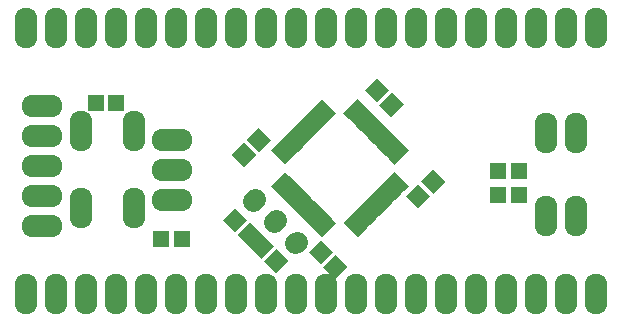
<source format=gts>
G04 #@! TF.FileFunction,Soldermask,Top*
%FSLAX46Y46*%
G04 Gerber Fmt 4.6, Leading zero omitted, Abs format (unit mm)*
G04 Created by KiCad (PCBNEW 4.0.1-stable) date 2017/01/03 21:47:49*
%MOMM*%
G01*
G04 APERTURE LIST*
%ADD10C,0.100000*%
%ADD11O,1.924000X3.448000*%
%ADD12R,1.449020X1.479500*%
%ADD13C,1.800000*%
%ADD14O,3.448000X1.924000*%
G04 APERTURE END LIST*
D10*
D11*
X123190000Y-137160000D03*
X125730000Y-137160000D03*
X128270000Y-137160000D03*
X130810000Y-137160000D03*
X133350000Y-137160000D03*
X135890000Y-137160000D03*
X138430000Y-137160000D03*
X140970000Y-137160000D03*
X143510000Y-137160000D03*
X146050000Y-137160000D03*
X148590000Y-137160000D03*
X151130000Y-137160000D03*
X153670000Y-137160000D03*
X156210000Y-137160000D03*
X158750000Y-137160000D03*
X161290000Y-137160000D03*
X163830000Y-137160000D03*
X166370000Y-137160000D03*
X168910000Y-137160000D03*
X171450000Y-137160000D03*
X123189800Y-114616000D03*
X125729800Y-114616000D03*
X128269800Y-114616000D03*
X130809800Y-114616000D03*
X133349800Y-114616000D03*
X135889800Y-114616000D03*
X138429800Y-114616000D03*
X140969800Y-114616000D03*
X143509800Y-114616000D03*
X146049800Y-114616000D03*
X148589800Y-114616000D03*
X151129800Y-114616000D03*
X153669800Y-114616000D03*
X156209800Y-114616000D03*
X158749800Y-114616000D03*
X161289800Y-114616000D03*
X163829800Y-114616000D03*
X166369800Y-114616000D03*
X168909800Y-114616000D03*
X171449800Y-114616000D03*
D12*
X164873760Y-126750000D03*
X163126240Y-126750000D03*
D13*
X142383238Y-129274660D02*
X142524660Y-129133238D01*
X144179289Y-131070711D02*
X144320711Y-130929289D01*
X145975340Y-132866762D02*
X146116762Y-132725340D01*
D10*
G36*
X139846770Y-130892934D02*
X140892934Y-129846770D01*
X141917546Y-130871382D01*
X140871382Y-131917546D01*
X139846770Y-130892934D01*
X139846770Y-130892934D01*
G37*
G36*
X141082454Y-132128618D02*
X142128618Y-131082454D01*
X143153230Y-132107066D01*
X142107066Y-133153230D01*
X141082454Y-132128618D01*
X141082454Y-132128618D01*
G37*
G36*
X145403230Y-134357066D02*
X144357066Y-135403230D01*
X143332454Y-134378618D01*
X144378618Y-133332454D01*
X145403230Y-134357066D01*
X145403230Y-134357066D01*
G37*
G36*
X144167546Y-133121382D02*
X143121382Y-134167546D01*
X142096770Y-133142934D01*
X143142934Y-132096770D01*
X144167546Y-133121382D01*
X144167546Y-133121382D01*
G37*
D12*
X129076240Y-121000000D03*
X130823760Y-121000000D03*
D10*
G36*
X142857066Y-123096770D02*
X143903230Y-124142934D01*
X142878618Y-125167546D01*
X141832454Y-124121382D01*
X142857066Y-123096770D01*
X142857066Y-123096770D01*
G37*
G36*
X141621382Y-124332454D02*
X142667546Y-125378618D01*
X141642934Y-126403230D01*
X140596770Y-125357066D01*
X141621382Y-124332454D01*
X141621382Y-124332454D01*
G37*
G36*
X147096770Y-133642934D02*
X148142934Y-132596770D01*
X149167546Y-133621382D01*
X148121382Y-134667546D01*
X147096770Y-133642934D01*
X147096770Y-133642934D01*
G37*
G36*
X148332454Y-134878618D02*
X149378618Y-133832454D01*
X150403230Y-134857066D01*
X149357066Y-135903230D01*
X148332454Y-134878618D01*
X148332454Y-134878618D01*
G37*
D14*
X135550000Y-129240000D03*
X135550000Y-126700000D03*
X135550000Y-124160000D03*
D11*
X167180000Y-123500000D03*
X169720000Y-123500000D03*
X167180000Y-130600000D03*
X169720000Y-130600000D03*
D12*
X163126240Y-128750000D03*
X164873760Y-128750000D03*
X134626240Y-132500000D03*
X136373760Y-132500000D03*
D11*
X127789400Y-129851200D03*
X127789400Y-123348800D03*
X132310600Y-129851200D03*
X132310600Y-123348800D03*
D10*
G36*
X144358311Y-128462221D02*
X143898692Y-128002602D01*
X145100773Y-126800521D01*
X145560392Y-127260140D01*
X144358311Y-128462221D01*
X144358311Y-128462221D01*
G37*
G36*
X144711864Y-128815774D02*
X144252245Y-128356155D01*
X145454326Y-127154074D01*
X145913945Y-127613693D01*
X144711864Y-128815774D01*
X144711864Y-128815774D01*
G37*
G36*
X145065418Y-129169328D02*
X144605799Y-128709709D01*
X145807880Y-127507628D01*
X146267499Y-127967247D01*
X145065418Y-129169328D01*
X145065418Y-129169328D01*
G37*
G36*
X145418971Y-129522881D02*
X144959352Y-129063262D01*
X146161433Y-127861181D01*
X146621052Y-128320800D01*
X145418971Y-129522881D01*
X145418971Y-129522881D01*
G37*
G36*
X145772524Y-129876434D02*
X145312905Y-129416815D01*
X146514986Y-128214734D01*
X146974605Y-128674353D01*
X145772524Y-129876434D01*
X145772524Y-129876434D01*
G37*
G36*
X146126078Y-130229988D02*
X145666459Y-129770369D01*
X146868540Y-128568288D01*
X147328159Y-129027907D01*
X146126078Y-130229988D01*
X146126078Y-130229988D01*
G37*
G36*
X146479631Y-130583541D02*
X146020012Y-130123922D01*
X147222093Y-128921841D01*
X147681712Y-129381460D01*
X146479631Y-130583541D01*
X146479631Y-130583541D01*
G37*
G36*
X146833185Y-130937095D02*
X146373566Y-130477476D01*
X147575647Y-129275395D01*
X148035266Y-129735014D01*
X146833185Y-130937095D01*
X146833185Y-130937095D01*
G37*
G36*
X147186738Y-131290648D02*
X146727119Y-130831029D01*
X147929200Y-129628948D01*
X148388819Y-130088567D01*
X147186738Y-131290648D01*
X147186738Y-131290648D01*
G37*
G36*
X147540291Y-131644201D02*
X147080672Y-131184582D01*
X148282753Y-129982501D01*
X148742372Y-130442120D01*
X147540291Y-131644201D01*
X147540291Y-131644201D01*
G37*
G36*
X147893845Y-131997755D02*
X147434226Y-131538136D01*
X148636307Y-130336055D01*
X149095926Y-130795674D01*
X147893845Y-131997755D01*
X147893845Y-131997755D01*
G37*
G36*
X148247398Y-132351308D02*
X147787779Y-131891689D01*
X148989860Y-130689608D01*
X149449479Y-131149227D01*
X148247398Y-132351308D01*
X148247398Y-132351308D01*
G37*
G36*
X151712221Y-131891689D02*
X151252602Y-132351308D01*
X150050521Y-131149227D01*
X150510140Y-130689608D01*
X151712221Y-131891689D01*
X151712221Y-131891689D01*
G37*
G36*
X152065774Y-131538136D02*
X151606155Y-131997755D01*
X150404074Y-130795674D01*
X150863693Y-130336055D01*
X152065774Y-131538136D01*
X152065774Y-131538136D01*
G37*
G36*
X152419328Y-131184582D02*
X151959709Y-131644201D01*
X150757628Y-130442120D01*
X151217247Y-129982501D01*
X152419328Y-131184582D01*
X152419328Y-131184582D01*
G37*
G36*
X152772881Y-130831029D02*
X152313262Y-131290648D01*
X151111181Y-130088567D01*
X151570800Y-129628948D01*
X152772881Y-130831029D01*
X152772881Y-130831029D01*
G37*
G36*
X153126434Y-130477476D02*
X152666815Y-130937095D01*
X151464734Y-129735014D01*
X151924353Y-129275395D01*
X153126434Y-130477476D01*
X153126434Y-130477476D01*
G37*
G36*
X153479988Y-130123922D02*
X153020369Y-130583541D01*
X151818288Y-129381460D01*
X152277907Y-128921841D01*
X153479988Y-130123922D01*
X153479988Y-130123922D01*
G37*
G36*
X153833541Y-129770369D02*
X153373922Y-130229988D01*
X152171841Y-129027907D01*
X152631460Y-128568288D01*
X153833541Y-129770369D01*
X153833541Y-129770369D01*
G37*
G36*
X154187095Y-129416815D02*
X153727476Y-129876434D01*
X152525395Y-128674353D01*
X152985014Y-128214734D01*
X154187095Y-129416815D01*
X154187095Y-129416815D01*
G37*
G36*
X154540648Y-129063262D02*
X154081029Y-129522881D01*
X152878948Y-128320800D01*
X153338567Y-127861181D01*
X154540648Y-129063262D01*
X154540648Y-129063262D01*
G37*
G36*
X154894201Y-128709709D02*
X154434582Y-129169328D01*
X153232501Y-127967247D01*
X153692120Y-127507628D01*
X154894201Y-128709709D01*
X154894201Y-128709709D01*
G37*
G36*
X155247755Y-128356155D02*
X154788136Y-128815774D01*
X153586055Y-127613693D01*
X154045674Y-127154074D01*
X155247755Y-128356155D01*
X155247755Y-128356155D01*
G37*
G36*
X155601308Y-128002602D02*
X155141689Y-128462221D01*
X153939608Y-127260140D01*
X154399227Y-126800521D01*
X155601308Y-128002602D01*
X155601308Y-128002602D01*
G37*
G36*
X154399227Y-126199479D02*
X153939608Y-125739860D01*
X155141689Y-124537779D01*
X155601308Y-124997398D01*
X154399227Y-126199479D01*
X154399227Y-126199479D01*
G37*
G36*
X154045674Y-125845926D02*
X153586055Y-125386307D01*
X154788136Y-124184226D01*
X155247755Y-124643845D01*
X154045674Y-125845926D01*
X154045674Y-125845926D01*
G37*
G36*
X153692120Y-125492372D02*
X153232501Y-125032753D01*
X154434582Y-123830672D01*
X154894201Y-124290291D01*
X153692120Y-125492372D01*
X153692120Y-125492372D01*
G37*
G36*
X153338567Y-125138819D02*
X152878948Y-124679200D01*
X154081029Y-123477119D01*
X154540648Y-123936738D01*
X153338567Y-125138819D01*
X153338567Y-125138819D01*
G37*
G36*
X152985014Y-124785266D02*
X152525395Y-124325647D01*
X153727476Y-123123566D01*
X154187095Y-123583185D01*
X152985014Y-124785266D01*
X152985014Y-124785266D01*
G37*
G36*
X152631460Y-124431712D02*
X152171841Y-123972093D01*
X153373922Y-122770012D01*
X153833541Y-123229631D01*
X152631460Y-124431712D01*
X152631460Y-124431712D01*
G37*
G36*
X152277907Y-124078159D02*
X151818288Y-123618540D01*
X153020369Y-122416459D01*
X153479988Y-122876078D01*
X152277907Y-124078159D01*
X152277907Y-124078159D01*
G37*
G36*
X151924353Y-123724605D02*
X151464734Y-123264986D01*
X152666815Y-122062905D01*
X153126434Y-122522524D01*
X151924353Y-123724605D01*
X151924353Y-123724605D01*
G37*
G36*
X151570800Y-123371052D02*
X151111181Y-122911433D01*
X152313262Y-121709352D01*
X152772881Y-122168971D01*
X151570800Y-123371052D01*
X151570800Y-123371052D01*
G37*
G36*
X151217247Y-123017499D02*
X150757628Y-122557880D01*
X151959709Y-121355799D01*
X152419328Y-121815418D01*
X151217247Y-123017499D01*
X151217247Y-123017499D01*
G37*
G36*
X150863693Y-122663945D02*
X150404074Y-122204326D01*
X151606155Y-121002245D01*
X152065774Y-121461864D01*
X150863693Y-122663945D01*
X150863693Y-122663945D01*
G37*
G36*
X150510140Y-122310392D02*
X150050521Y-121850773D01*
X151252602Y-120648692D01*
X151712221Y-121108311D01*
X150510140Y-122310392D01*
X150510140Y-122310392D01*
G37*
G36*
X149449479Y-121850773D02*
X148989860Y-122310392D01*
X147787779Y-121108311D01*
X148247398Y-120648692D01*
X149449479Y-121850773D01*
X149449479Y-121850773D01*
G37*
G36*
X149095926Y-122204326D02*
X148636307Y-122663945D01*
X147434226Y-121461864D01*
X147893845Y-121002245D01*
X149095926Y-122204326D01*
X149095926Y-122204326D01*
G37*
G36*
X148742372Y-122557880D02*
X148282753Y-123017499D01*
X147080672Y-121815418D01*
X147540291Y-121355799D01*
X148742372Y-122557880D01*
X148742372Y-122557880D01*
G37*
G36*
X148388819Y-122911433D02*
X147929200Y-123371052D01*
X146727119Y-122168971D01*
X147186738Y-121709352D01*
X148388819Y-122911433D01*
X148388819Y-122911433D01*
G37*
G36*
X148035266Y-123264986D02*
X147575647Y-123724605D01*
X146373566Y-122522524D01*
X146833185Y-122062905D01*
X148035266Y-123264986D01*
X148035266Y-123264986D01*
G37*
G36*
X147681712Y-123618540D02*
X147222093Y-124078159D01*
X146020012Y-122876078D01*
X146479631Y-122416459D01*
X147681712Y-123618540D01*
X147681712Y-123618540D01*
G37*
G36*
X147328159Y-123972093D02*
X146868540Y-124431712D01*
X145666459Y-123229631D01*
X146126078Y-122770012D01*
X147328159Y-123972093D01*
X147328159Y-123972093D01*
G37*
G36*
X146974605Y-124325647D02*
X146514986Y-124785266D01*
X145312905Y-123583185D01*
X145772524Y-123123566D01*
X146974605Y-124325647D01*
X146974605Y-124325647D01*
G37*
G36*
X146621052Y-124679200D02*
X146161433Y-125138819D01*
X144959352Y-123936738D01*
X145418971Y-123477119D01*
X146621052Y-124679200D01*
X146621052Y-124679200D01*
G37*
G36*
X146267499Y-125032753D02*
X145807880Y-125492372D01*
X144605799Y-124290291D01*
X145065418Y-123830672D01*
X146267499Y-125032753D01*
X146267499Y-125032753D01*
G37*
G36*
X145913945Y-125386307D02*
X145454326Y-125845926D01*
X144252245Y-124643845D01*
X144711864Y-124184226D01*
X145913945Y-125386307D01*
X145913945Y-125386307D01*
G37*
G36*
X145560392Y-125739860D02*
X145100773Y-126199479D01*
X143898692Y-124997398D01*
X144358311Y-124537779D01*
X145560392Y-125739860D01*
X145560392Y-125739860D01*
G37*
D14*
X124550000Y-121220000D03*
X124550000Y-123760000D03*
X124550000Y-126300000D03*
X124550000Y-128840000D03*
X124550000Y-131380000D03*
D10*
G36*
X151846770Y-119892934D02*
X152892934Y-118846770D01*
X153917546Y-119871382D01*
X152871382Y-120917546D01*
X151846770Y-119892934D01*
X151846770Y-119892934D01*
G37*
G36*
X153082454Y-121128618D02*
X154128618Y-120082454D01*
X155153230Y-121107066D01*
X154107066Y-122153230D01*
X153082454Y-121128618D01*
X153082454Y-121128618D01*
G37*
G36*
X156392934Y-129903230D02*
X155346770Y-128857066D01*
X156371382Y-127832454D01*
X157417546Y-128878618D01*
X156392934Y-129903230D01*
X156392934Y-129903230D01*
G37*
G36*
X157628618Y-128667546D02*
X156582454Y-127621382D01*
X157607066Y-126596770D01*
X158653230Y-127642934D01*
X157628618Y-128667546D01*
X157628618Y-128667546D01*
G37*
M02*

</source>
